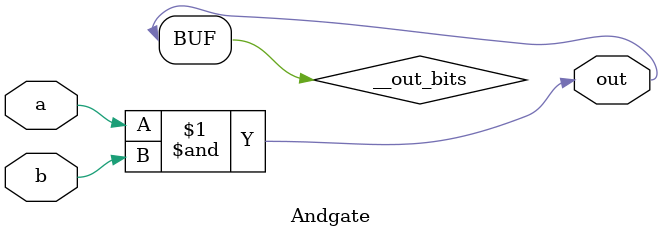
<source format=sv>
module Andgate(
  input  wire a,
              b,
  output wire out
);

  // Variables for output ports
  logic __out_bits;

  assign __out_bits = a & b;

  assign out = __out_bits;
endmodule

</source>
